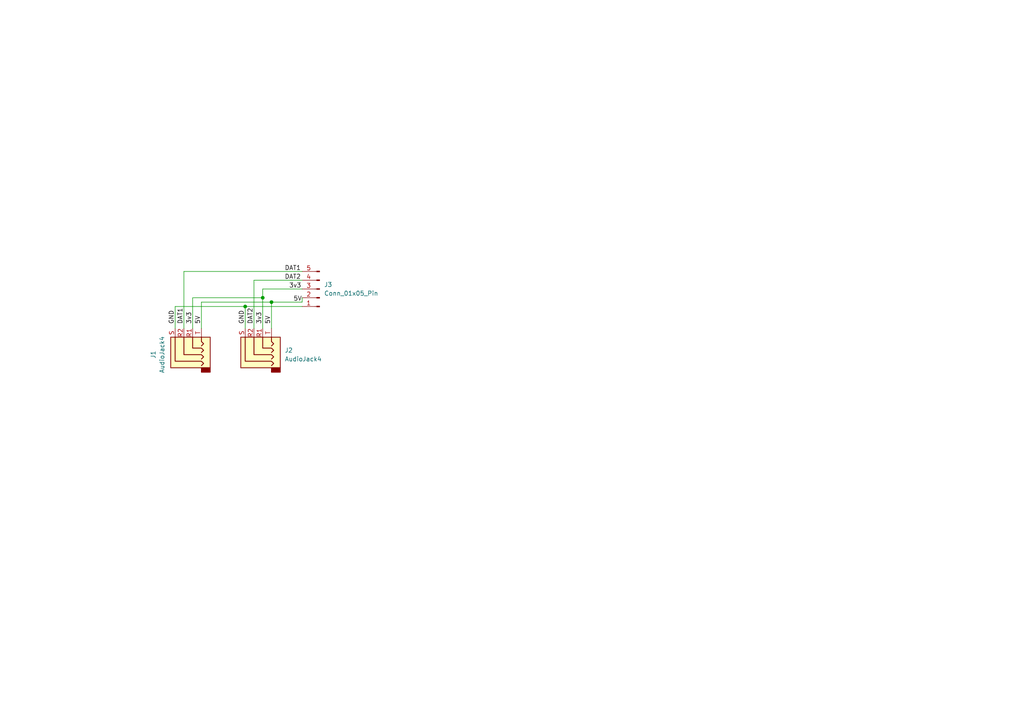
<source format=kicad_sch>
(kicad_sch (version 20231120) (generator "eeschema") (generator_version "8.0")
  (paper "A4")
  (lib_symbols
    (symbol "Connector:Conn_01x05_Pin" (pin_names (offset 1.016) hide)
      (property "Reference" "J" (at 0 7.62 0))
      (property "Value" "Conn_01x05_Pin" (at 0 -7.62 0))
      (symbol "Conn_01x05_Pin_1_1"
        (polyline (pts (xy 1.27 -5.08) (xy 0.8636 -5.08)) (stroke (width 0.1524)))
        (polyline (pts (xy 1.27 -2.54) (xy 0.8636 -2.54)) (stroke (width 0.1524)))
        (polyline (pts (xy 1.27 0) (xy 0.8636 0)) (stroke (width 0.1524)))
        (polyline (pts (xy 1.27 2.54) (xy 0.8636 2.54)) (stroke (width 0.1524)))
        (polyline (pts (xy 1.27 5.08) (xy 0.8636 5.08)) (stroke (width 0.1524)))
        (rectangle (start 0.8636 -4.953) (end 0 -5.207) (stroke (width 0.1524)) (fill (type outline)))
        (rectangle (start 0.8636 -2.413) (end 0 -2.667) (stroke (width 0.1524)) (fill (type outline)))
        (rectangle (start 0.8636 0.127) (end 0 -0.127) (stroke (width 0.1524)) (fill (type outline)))
        (rectangle (start 0.8636 2.667) (end 0 2.413) (stroke (width 0.1524)) (fill (type outline)))
        (rectangle (start 0.8636 5.207) (end 0 4.953) (stroke (width 0.1524)) (fill (type outline)))
        (pin passive line (at 5.08 5.08 180) (length 3.81) (name "Pin_1") (number "1"))
        (pin passive line (at 5.08 2.54 180) (length 3.81) (name "Pin_2") (number "2"))
        (pin passive line (at 5.08 0 180) (length 3.81) (name "Pin_3") (number "3"))
        (pin passive line (at 5.08 -2.54 180) (length 3.81) (name "Pin_4") (number "4"))
        (pin passive line (at 5.08 -5.08 180) (length 3.81) (name "Pin_5") (number "5"))
      )
    )
    (symbol "Connector_Audio:AudioJack4"
      (property "Reference" "J" (at 0 8.89 0))
      (property "Value" "AudioJack4" (at 0 6.35 0))
      (symbol "AudioJack4_0_1"
        (rectangle (start -6.35 -5.08) (end -7.62 -7.62) (stroke (width 0.254)) (fill (type outline)))
        (polyline (pts (xy 0 -5.08) (xy 0.635 -5.715) (xy 1.27 -5.08) (xy 2.54 -5.08)) (stroke (width 0.254)))
        (polyline (pts (xy -5.715 -5.08) (xy -5.08 -5.715) (xy -4.445 -5.08) (xy -4.445 2.54) (xy 2.54 2.54)) (stroke (width 0.254)))
        (polyline (pts (xy -1.905 -5.08) (xy -1.27 -5.715) (xy -0.635 -5.08) (xy -0.635 -2.54) (xy 2.54 -2.54)) (stroke (width 0.254)))
        (polyline (pts (xy 2.54 0) (xy -2.54 0) (xy -2.54 -5.08) (xy -3.175 -5.715) (xy -3.81 -5.08)) (stroke (width 0.254)))
        (rectangle (start 2.54 3.81) (end -6.35 -7.62) (stroke (width 0.254)) (fill (type background)))
      )
      (symbol "AudioJack4_1_1"
        (pin passive line (at 5.08 -2.54 180) (length 2.54) (name "~") (number "R1"))
        (pin passive line (at 5.08 0 180) (length 2.54) (name "~") (number "R2"))
        (pin passive line (at 5.08 2.54 180) (length 2.54) (name "~") (number "S"))
        (pin passive line (at 5.08 -5.08 180) (length 2.54) (name "~") (number "T"))
      )
    )
  )
  (junction (at 71.12 88.9))
  (junction (at 76.2 86.36))
  (junction (at 78.74 87.63))
  (wire (pts (xy 55.88 95.25) (xy 55.88 86.36)))
  (wire (pts (xy 71.12 95.25) (xy 71.12 88.9)))
  (wire (pts (xy 87.63 81.28) (xy 73.66 81.28)))
  (wire (pts (xy 55.88 86.36) (xy 76.2 86.36)))
  (wire (pts (xy 53.34 78.74) (xy 87.63 78.74)))
  (wire (pts (xy 78.74 87.63) (xy 87.63 87.63)))
  (wire (pts (xy 76.2 83.82) (xy 87.63 83.82)))
  (wire (pts (xy 71.12 88.9) (xy 87.63 88.9)))
  (wire (pts (xy 53.34 78.74) (xy 53.34 95.25)))
  (wire (pts (xy 78.74 95.25) (xy 78.74 87.63)))
  (wire (pts (xy 76.2 83.82) (xy 76.2 86.36)))
  (wire (pts (xy 58.42 87.63) (xy 78.74 87.63)))
  (wire (pts (xy 50.8 88.9) (xy 71.12 88.9)))
  (wire (pts (xy 87.63 87.63) (xy 87.63 86.36)))
  (wire (pts (xy 50.8 95.25) (xy 50.8 88.9)))
  (wire (pts (xy 73.66 81.28) (xy 73.66 95.25)))
  (wire (pts (xy 76.2 95.25) (xy 76.2 86.36)))
  (wire (pts (xy 58.42 95.25) (xy 58.42 87.63)))
  (label "3v3" (at 76.2 93.98 90))
  (label "3v3" (at 83.82 83.82 0))
  (label "DAT2" (at 82.55 81.28 0))
  (label "GND" (at 50.8 93.98 90))
  (label "5V" (at 58.42 93.98 90))
  (label "DAT2" (at 73.66 93.98 90))
  (label "DAT1" (at 53.34 93.98 90))
  (label "5V" (at 85.09 87.63 0))
  (label "GND" (at 71.12 93.98 90))
  (label "DAT1" (at 82.55 78.74 0))
  (label "5V" (at 78.74 93.98 90))
  (label "3v3" (at 55.88 93.98 90))
  (symbol (lib_id "Connector:Conn_01x05_Pin") (at 92.71 83.82 180) (unit 1)
    (property "Reference" "J3" (at 93.98 82.5499 0) (effects (justify right)))
    (property "Value" "Conn_01x05_Pin" (at 93.98 85.0899 0) (effects (justify right)))
    (property "Footprint" "Connector_JST:JST_PH_S5B-PH-K_1x05_P2.00mm_Horizontal" (effects (hide yes)))
    (property "Description" "Generic connector, single row, 01x05, script generated" (effects (hide yes)))
  )
  (symbol (lib_id "Connector_Audio:AudioJack4") (at 53.34 100.33 90) (unit 1)
    (property "Reference" "J1" (at 44.45 102.87 0))
    (property "Value" "AudioJack4" (at 46.99 102.87 0))
    (property "Footprint" "Connector_Audio:Jack_3.5mm_KoreanHropartsElec_PJ-320D-4A_Horizontal" (effects (hide yes)))
    (property "Description" "Audio Jack, 4 Poles (TRRS)" (effects (hide yes)))
  )
  (symbol (lib_id "Connector_Audio:AudioJack4") (at 73.66 100.33 90) (unit 1)
    (property "Reference" "J2" (at 82.55 101.5999 90) (effects (justify right)))
    (property "Value" "AudioJack4" (at 82.55 104.1399 90) (effects (justify right)))
    (property "Footprint" "Connector_Audio:Jack_3.5mm_KoreanHropartsElec_PJ-320D-4A_Horizontal" (effects (hide yes)))
    (property "Description" "Audio Jack, 4 Poles (TRRS)" (effects (hide yes)))
  )
)
</source>
